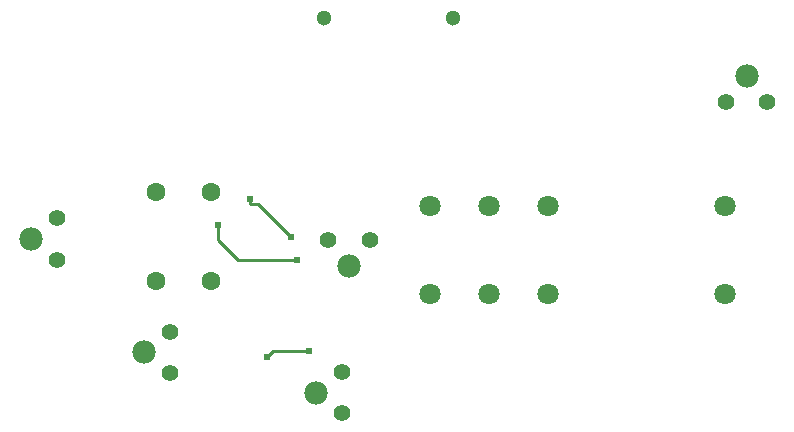
<source format=gbr>
G04 #@! TF.FileFunction,Copper,L2,Bot,Signal*
%FSLAX46Y46*%
G04 Gerber Fmt 4.6, Leading zero omitted, Abs format (unit mm)*
G04 Created by KiCad (PCBNEW 4.0.7-e2-6376~58~ubuntu16.04.1) date Thu Nov 16 22:22:22 2017*
%MOMM*%
%LPD*%
G01*
G04 APERTURE LIST*
%ADD10C,0.100000*%
%ADD11C,1.397000*%
%ADD12C,1.981000*%
%ADD13C,1.600000*%
%ADD14C,1.800000*%
%ADD15C,1.300000*%
%ADD16C,0.609600*%
%ADD17C,0.254000*%
G04 APERTURE END LIST*
D10*
D11*
X140970000Y-113990000D03*
X140970000Y-110490000D03*
D12*
X138740000Y-112240000D03*
D13*
X125222000Y-95250000D03*
X125212000Y-102750000D03*
D11*
X126428500Y-110561000D03*
X126428500Y-107061000D03*
D12*
X124198500Y-108811000D03*
D14*
X153416000Y-103893000D03*
X153416000Y-96393000D03*
X158416000Y-96393000D03*
X173416000Y-96393000D03*
X173416000Y-103893000D03*
X158416000Y-103893000D03*
X148416000Y-96393000D03*
X148416000Y-103893000D03*
D13*
X129921000Y-95250000D03*
X129911000Y-102750000D03*
D11*
X116840000Y-100965000D03*
X116840000Y-97465000D03*
D12*
X114610000Y-99215000D03*
D11*
X173482000Y-87630000D03*
X176982000Y-87630000D03*
D12*
X175232000Y-85400000D03*
D11*
X143327000Y-99314000D03*
X139827000Y-99314000D03*
D12*
X141577000Y-101544000D03*
D15*
X139446000Y-80518000D03*
X150346000Y-80518000D03*
D16*
X137160000Y-100965000D03*
X130479800Y-98044000D03*
X138176000Y-108712000D03*
X134620000Y-109220000D03*
X136652000Y-99060000D03*
X133223000Y-95808800D03*
D17*
X130479800Y-98044000D02*
X130479800Y-99293400D01*
X130479800Y-99293400D02*
X132151400Y-100965000D01*
X132151400Y-100965000D02*
X137160000Y-100965000D01*
X134620000Y-109220000D02*
X135128000Y-108712000D01*
X135128000Y-108712000D02*
X138176000Y-108712000D01*
X133223000Y-96239852D02*
X133831852Y-96239852D01*
X133831852Y-96239852D02*
X134112000Y-96520000D01*
X133223000Y-95808800D02*
X133223000Y-96239852D01*
X134112000Y-96520000D02*
X136652000Y-99060000D01*
M02*

</source>
